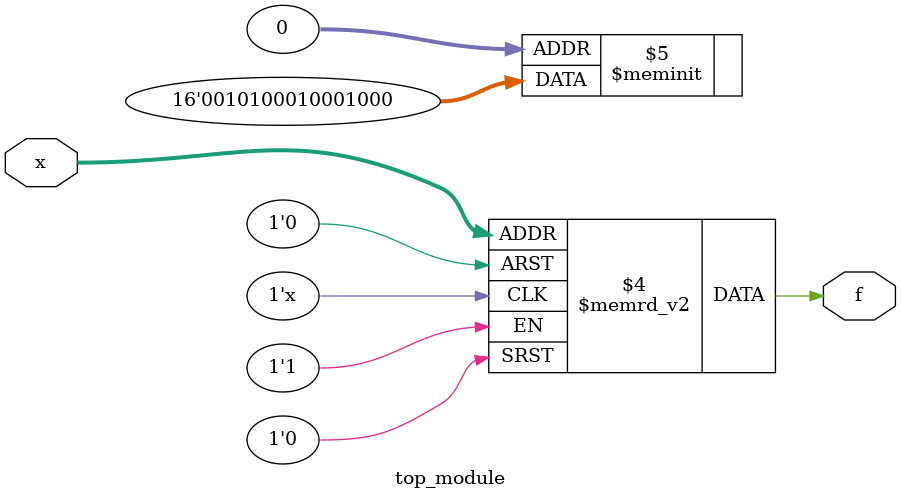
<source format=sv>
module top_module (
    input [4:1] x,
    output logic f
);

always_comb begin
    case ({x[4], x[3], x[2], x[1]})
        4'b0001: f = 1'b0;
        4'b0011: f = 1'b1;
        4'b0101: f = 1'b0;
        4'b0111: f = 1'b1;
        4'b1001: f = 1'b0;
        4'b1011: f = 1'b1;
        4'b1101: f = 1'b1;
        4'b1111: f = 1'b0;
        default: f = 1'b0; // Don't-care (x) states are mapped to 0
    endcase
end

endmodule

</source>
